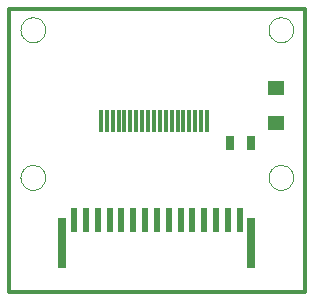
<source format=gtp>
G75*
%MOIN*%
%OFA0B0*%
%FSLAX24Y24*%
%IPPOS*%
%LPD*%
%AMOC8*
5,1,8,0,0,1.08239X$1,22.5*
%
%ADD10C,0.0118*%
%ADD11C,0.0000*%
%ADD12R,0.0236X0.0787*%
%ADD13R,0.0276X0.1654*%
%ADD14R,0.0118X0.0748*%
%ADD15R,0.0315X0.0472*%
%ADD16R,0.0551X0.0472*%
D10*
X000159Y000169D02*
X000159Y009618D01*
X010002Y009618D01*
X010002Y000169D01*
X000159Y000169D01*
D11*
X000533Y003992D02*
X000535Y004032D01*
X000541Y004073D01*
X000551Y004112D01*
X000564Y004150D01*
X000582Y004187D01*
X000603Y004221D01*
X000627Y004254D01*
X000654Y004284D01*
X000684Y004311D01*
X000717Y004335D01*
X000751Y004356D01*
X000788Y004374D01*
X000826Y004387D01*
X000865Y004397D01*
X000906Y004403D01*
X000946Y004405D01*
X000986Y004403D01*
X001027Y004397D01*
X001066Y004387D01*
X001104Y004374D01*
X001141Y004356D01*
X001175Y004335D01*
X001208Y004311D01*
X001238Y004284D01*
X001265Y004254D01*
X001289Y004221D01*
X001310Y004187D01*
X001328Y004150D01*
X001341Y004112D01*
X001351Y004073D01*
X001357Y004032D01*
X001359Y003992D01*
X001357Y003952D01*
X001351Y003911D01*
X001341Y003872D01*
X001328Y003834D01*
X001310Y003797D01*
X001289Y003763D01*
X001265Y003730D01*
X001238Y003700D01*
X001208Y003673D01*
X001175Y003649D01*
X001141Y003628D01*
X001104Y003610D01*
X001066Y003597D01*
X001027Y003587D01*
X000986Y003581D01*
X000946Y003579D01*
X000906Y003581D01*
X000865Y003587D01*
X000826Y003597D01*
X000788Y003610D01*
X000751Y003628D01*
X000717Y003649D01*
X000684Y003673D01*
X000654Y003700D01*
X000627Y003730D01*
X000603Y003763D01*
X000582Y003797D01*
X000564Y003834D01*
X000551Y003872D01*
X000541Y003911D01*
X000535Y003952D01*
X000533Y003992D01*
X000533Y008913D02*
X000535Y008953D01*
X000541Y008994D01*
X000551Y009033D01*
X000564Y009071D01*
X000582Y009108D01*
X000603Y009142D01*
X000627Y009175D01*
X000654Y009205D01*
X000684Y009232D01*
X000717Y009256D01*
X000751Y009277D01*
X000788Y009295D01*
X000826Y009308D01*
X000865Y009318D01*
X000906Y009324D01*
X000946Y009326D01*
X000986Y009324D01*
X001027Y009318D01*
X001066Y009308D01*
X001104Y009295D01*
X001141Y009277D01*
X001175Y009256D01*
X001208Y009232D01*
X001238Y009205D01*
X001265Y009175D01*
X001289Y009142D01*
X001310Y009108D01*
X001328Y009071D01*
X001341Y009033D01*
X001351Y008994D01*
X001357Y008953D01*
X001359Y008913D01*
X001357Y008873D01*
X001351Y008832D01*
X001341Y008793D01*
X001328Y008755D01*
X001310Y008718D01*
X001289Y008684D01*
X001265Y008651D01*
X001238Y008621D01*
X001208Y008594D01*
X001175Y008570D01*
X001141Y008549D01*
X001104Y008531D01*
X001066Y008518D01*
X001027Y008508D01*
X000986Y008502D01*
X000946Y008500D01*
X000906Y008502D01*
X000865Y008508D01*
X000826Y008518D01*
X000788Y008531D01*
X000751Y008549D01*
X000717Y008570D01*
X000684Y008594D01*
X000654Y008621D01*
X000627Y008651D01*
X000603Y008684D01*
X000582Y008718D01*
X000564Y008755D01*
X000551Y008793D01*
X000541Y008832D01*
X000535Y008873D01*
X000533Y008913D01*
X008801Y008913D02*
X008803Y008953D01*
X008809Y008994D01*
X008819Y009033D01*
X008832Y009071D01*
X008850Y009108D01*
X008871Y009142D01*
X008895Y009175D01*
X008922Y009205D01*
X008952Y009232D01*
X008985Y009256D01*
X009019Y009277D01*
X009056Y009295D01*
X009094Y009308D01*
X009133Y009318D01*
X009174Y009324D01*
X009214Y009326D01*
X009254Y009324D01*
X009295Y009318D01*
X009334Y009308D01*
X009372Y009295D01*
X009409Y009277D01*
X009443Y009256D01*
X009476Y009232D01*
X009506Y009205D01*
X009533Y009175D01*
X009557Y009142D01*
X009578Y009108D01*
X009596Y009071D01*
X009609Y009033D01*
X009619Y008994D01*
X009625Y008953D01*
X009627Y008913D01*
X009625Y008873D01*
X009619Y008832D01*
X009609Y008793D01*
X009596Y008755D01*
X009578Y008718D01*
X009557Y008684D01*
X009533Y008651D01*
X009506Y008621D01*
X009476Y008594D01*
X009443Y008570D01*
X009409Y008549D01*
X009372Y008531D01*
X009334Y008518D01*
X009295Y008508D01*
X009254Y008502D01*
X009214Y008500D01*
X009174Y008502D01*
X009133Y008508D01*
X009094Y008518D01*
X009056Y008531D01*
X009019Y008549D01*
X008985Y008570D01*
X008952Y008594D01*
X008922Y008621D01*
X008895Y008651D01*
X008871Y008684D01*
X008850Y008718D01*
X008832Y008755D01*
X008819Y008793D01*
X008809Y008832D01*
X008803Y008873D01*
X008801Y008913D01*
X008801Y003992D02*
X008803Y004032D01*
X008809Y004073D01*
X008819Y004112D01*
X008832Y004150D01*
X008850Y004187D01*
X008871Y004221D01*
X008895Y004254D01*
X008922Y004284D01*
X008952Y004311D01*
X008985Y004335D01*
X009019Y004356D01*
X009056Y004374D01*
X009094Y004387D01*
X009133Y004397D01*
X009174Y004403D01*
X009214Y004405D01*
X009254Y004403D01*
X009295Y004397D01*
X009334Y004387D01*
X009372Y004374D01*
X009409Y004356D01*
X009443Y004335D01*
X009476Y004311D01*
X009506Y004284D01*
X009533Y004254D01*
X009557Y004221D01*
X009578Y004187D01*
X009596Y004150D01*
X009609Y004112D01*
X009619Y004073D01*
X009625Y004032D01*
X009627Y003992D01*
X009625Y003952D01*
X009619Y003911D01*
X009609Y003872D01*
X009596Y003834D01*
X009578Y003797D01*
X009557Y003763D01*
X009533Y003730D01*
X009506Y003700D01*
X009476Y003673D01*
X009443Y003649D01*
X009409Y003628D01*
X009372Y003610D01*
X009334Y003597D01*
X009295Y003587D01*
X009254Y003581D01*
X009214Y003579D01*
X009174Y003581D01*
X009133Y003587D01*
X009094Y003597D01*
X009056Y003610D01*
X009019Y003628D01*
X008985Y003649D01*
X008952Y003673D01*
X008922Y003700D01*
X008895Y003730D01*
X008871Y003763D01*
X008850Y003797D01*
X008832Y003834D01*
X008819Y003872D01*
X008809Y003911D01*
X008803Y003952D01*
X008801Y003992D01*
D12*
X007836Y002587D03*
X007443Y002587D03*
X007049Y002587D03*
X006655Y002587D03*
X006261Y002587D03*
X005868Y002587D03*
X005474Y002587D03*
X005080Y002587D03*
X004687Y002587D03*
X004293Y002587D03*
X003899Y002587D03*
X003506Y002587D03*
X003112Y002587D03*
X002718Y002587D03*
X002324Y002587D03*
D13*
X001931Y001799D03*
X008230Y001799D03*
D14*
X006754Y005874D03*
X006557Y005874D03*
X006360Y005874D03*
X006163Y005874D03*
X005966Y005874D03*
X005769Y005874D03*
X005572Y005874D03*
X005376Y005874D03*
X005179Y005874D03*
X004982Y005874D03*
X004785Y005874D03*
X004588Y005874D03*
X004391Y005874D03*
X004194Y005874D03*
X003998Y005874D03*
X003801Y005874D03*
X003604Y005874D03*
X003407Y005874D03*
X003210Y005874D03*
D15*
X007521Y005130D03*
X008230Y005130D03*
D16*
X009057Y005799D03*
X009057Y006980D03*
M02*

</source>
